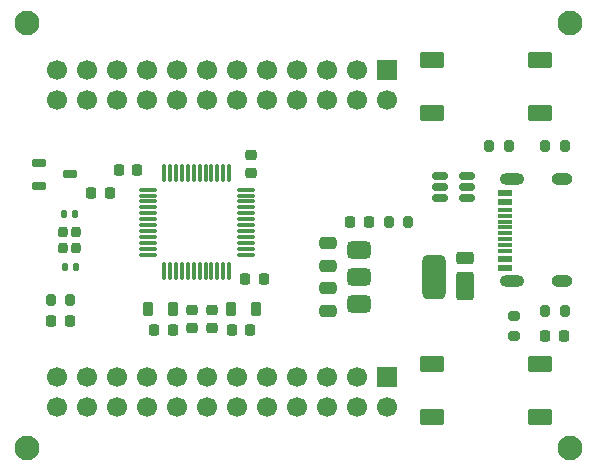
<source format=gbr>
%TF.GenerationSoftware,KiCad,Pcbnew,9.0.5*%
%TF.CreationDate,2025-11-16T12:38:37+03:30*%
%TF.ProjectId,WeAct-STM32G474,57654163-742d-4535-944d-333247343734,rev?*%
%TF.SameCoordinates,Original*%
%TF.FileFunction,Soldermask,Top*%
%TF.FilePolarity,Negative*%
%FSLAX46Y46*%
G04 Gerber Fmt 4.6, Leading zero omitted, Abs format (unit mm)*
G04 Created by KiCad (PCBNEW 9.0.5) date 2025-11-16 12:38:37*
%MOMM*%
%LPD*%
G01*
G04 APERTURE LIST*
G04 Aperture macros list*
%AMRoundRect*
0 Rectangle with rounded corners*
0 $1 Rounding radius*
0 $2 $3 $4 $5 $6 $7 $8 $9 X,Y pos of 4 corners*
0 Add a 4 corners polygon primitive as box body*
4,1,4,$2,$3,$4,$5,$6,$7,$8,$9,$2,$3,0*
0 Add four circle primitives for the rounded corners*
1,1,$1+$1,$2,$3*
1,1,$1+$1,$4,$5*
1,1,$1+$1,$6,$7*
1,1,$1+$1,$8,$9*
0 Add four rect primitives between the rounded corners*
20,1,$1+$1,$2,$3,$4,$5,0*
20,1,$1+$1,$4,$5,$6,$7,0*
20,1,$1+$1,$6,$7,$8,$9,0*
20,1,$1+$1,$8,$9,$2,$3,0*%
G04 Aperture macros list end*
%ADD10RoundRect,0.200000X0.200000X0.275000X-0.200000X0.275000X-0.200000X-0.275000X0.200000X-0.275000X0*%
%ADD11RoundRect,0.218750X0.218750X0.381250X-0.218750X0.381250X-0.218750X-0.381250X0.218750X-0.381250X0*%
%ADD12R,1.700000X1.700000*%
%ADD13C,1.700000*%
%ADD14RoundRect,0.200000X-0.200000X-0.275000X0.200000X-0.275000X0.200000X0.275000X-0.200000X0.275000X0*%
%ADD15R,1.240000X0.600000*%
%ADD16R,1.240000X0.300000*%
%ADD17O,2.100000X1.000000*%
%ADD18O,1.800000X1.000000*%
%ADD19RoundRect,0.250000X0.475000X-0.250000X0.475000X0.250000X-0.475000X0.250000X-0.475000X-0.250000X0*%
%ADD20RoundRect,0.140000X0.140000X0.170000X-0.140000X0.170000X-0.140000X-0.170000X0.140000X-0.170000X0*%
%ADD21RoundRect,0.250000X-0.500000X0.950000X-0.500000X-0.950000X0.500000X-0.950000X0.500000X0.950000X0*%
%ADD22RoundRect,0.250000X-0.500000X0.275000X-0.500000X-0.275000X0.500000X-0.275000X0.500000X0.275000X0*%
%ADD23C,2.100000*%
%ADD24RoundRect,0.250000X-0.800000X-0.450000X0.800000X-0.450000X0.800000X0.450000X-0.800000X0.450000X0*%
%ADD25RoundRect,0.225000X0.225000X0.250000X-0.225000X0.250000X-0.225000X-0.250000X0.225000X-0.250000X0*%
%ADD26RoundRect,0.375000X-0.625000X-0.375000X0.625000X-0.375000X0.625000X0.375000X-0.625000X0.375000X0*%
%ADD27RoundRect,0.500000X-0.500000X-1.400000X0.500000X-1.400000X0.500000X1.400000X-0.500000X1.400000X0*%
%ADD28RoundRect,0.225000X0.250000X-0.225000X0.250000X0.225000X-0.250000X0.225000X-0.250000X-0.225000X0*%
%ADD29RoundRect,0.162500X-0.447500X-0.162500X0.447500X-0.162500X0.447500X0.162500X-0.447500X0.162500X0*%
%ADD30RoundRect,0.225000X-0.225000X-0.250000X0.225000X-0.250000X0.225000X0.250000X-0.225000X0.250000X0*%
%ADD31RoundRect,0.218750X0.218750X0.256250X-0.218750X0.256250X-0.218750X-0.256250X0.218750X-0.256250X0*%
%ADD32RoundRect,0.225000X-0.250000X0.225000X-0.250000X-0.225000X0.250000X-0.225000X0.250000X0.225000X0*%
%ADD33RoundRect,0.075000X-0.662500X-0.075000X0.662500X-0.075000X0.662500X0.075000X-0.662500X0.075000X0*%
%ADD34RoundRect,0.075000X-0.075000X-0.662500X0.075000X-0.662500X0.075000X0.662500X-0.075000X0.662500X0*%
%ADD35RoundRect,0.250000X0.800000X0.450000X-0.800000X0.450000X-0.800000X-0.450000X0.800000X-0.450000X0*%
%ADD36RoundRect,0.200000X-0.275000X0.200000X-0.275000X-0.200000X0.275000X-0.200000X0.275000X0.200000X0*%
%ADD37RoundRect,0.218750X-0.218750X-0.381250X0.218750X-0.381250X0.218750X0.381250X-0.218750X0.381250X0*%
%ADD38RoundRect,0.150000X-0.512500X-0.150000X0.512500X-0.150000X0.512500X0.150000X-0.512500X0.150000X0*%
%ADD39RoundRect,0.200000X-0.200000X0.250000X-0.200000X-0.250000X0.200000X-0.250000X0.200000X0.250000X0*%
G04 APERTURE END LIST*
D10*
%TO.C,R5*%
X124675000Y-103400000D03*
X123025000Y-103400000D03*
%TD*%
D11*
%TO.C,FB1*%
X140462500Y-104200000D03*
X138337500Y-104200000D03*
%TD*%
D12*
%TO.C,J1*%
X151500000Y-84000000D03*
D13*
X151500000Y-86540000D03*
X148960000Y-84000000D03*
X148960000Y-86540000D03*
X146420000Y-84000000D03*
X146420000Y-86540000D03*
X143880000Y-84000000D03*
X143880000Y-86540000D03*
X141340000Y-84000000D03*
X141340000Y-86540000D03*
X138800000Y-84000000D03*
X138800000Y-86540000D03*
X136260000Y-84000000D03*
X136260000Y-86540000D03*
X133720000Y-84000000D03*
X133720000Y-86540000D03*
X131180000Y-84000000D03*
X131180000Y-86540000D03*
X128640000Y-84000000D03*
X128640000Y-86540000D03*
X126100000Y-84000000D03*
X126100000Y-86540000D03*
X123560000Y-84000000D03*
X123560000Y-86540000D03*
%TD*%
D10*
%TO.C,R1*%
X166575000Y-104400000D03*
X164925000Y-104400000D03*
%TD*%
D14*
%TO.C,R6*%
X160175000Y-90400000D03*
X161825000Y-90400000D03*
%TD*%
D15*
%TO.C,J3*%
X161525000Y-100750000D03*
X161525000Y-99950000D03*
D16*
X161525000Y-98800000D03*
X161525000Y-97800000D03*
X161525000Y-97300000D03*
X161525000Y-96300000D03*
D15*
X161525000Y-95150000D03*
X161525000Y-94350000D03*
X161525000Y-94350000D03*
X161525000Y-95150000D03*
D16*
X161525000Y-95800000D03*
X161525000Y-96800000D03*
X161525000Y-98300000D03*
X161525000Y-99300000D03*
D15*
X161525000Y-99950000D03*
X161525000Y-100750000D03*
D17*
X162125000Y-101870000D03*
D18*
X166325000Y-101870000D03*
D17*
X162125000Y-93230000D03*
D18*
X166325000Y-93230000D03*
%TD*%
D19*
%TO.C,C2*%
X146500000Y-100550000D03*
X146500000Y-98650000D03*
%TD*%
D20*
%TO.C,C12*%
X125180000Y-100671292D03*
X124220000Y-100671292D03*
%TD*%
D21*
%TO.C,D2*%
X158100000Y-102250000D03*
D22*
X158100000Y-99875000D03*
%TD*%
D23*
%TO.C,REF\u002A\u002A*%
X121000000Y-116000000D03*
%TD*%
D10*
%TO.C,R2*%
X166575000Y-90400000D03*
X164925000Y-90400000D03*
%TD*%
D24*
%TO.C,NRST*%
X155350000Y-108850000D03*
X164450000Y-108850000D03*
X155350000Y-113350000D03*
X164450000Y-113350000D03*
%TD*%
D25*
%TO.C,C13*%
X128025000Y-94350000D03*
X126475000Y-94350000D03*
%TD*%
D20*
%TO.C,C11*%
X125130000Y-96121292D03*
X124170000Y-96121292D03*
%TD*%
D19*
%TO.C,C1*%
X146500000Y-104350000D03*
X146500000Y-102450000D03*
%TD*%
D23*
%TO.C,REF\u002A\u002A*%
X167000000Y-116000000D03*
%TD*%
%TO.C,REF\u002A\u002A*%
X121000000Y-80000000D03*
%TD*%
D26*
%TO.C,U1*%
X149150000Y-99200000D03*
X149150000Y-101500000D03*
D27*
X155450000Y-101500000D03*
D26*
X149150000Y-103800000D03*
%TD*%
D23*
%TO.C,REF\u002A\u002A*%
X167000000Y-80000000D03*
%TD*%
D28*
%TO.C,C4*%
X140000000Y-92725000D03*
X140000000Y-91175000D03*
%TD*%
D29*
%TO.C,D1*%
X122090000Y-91850000D03*
X122090000Y-93750000D03*
X124710000Y-92800000D03*
%TD*%
D30*
%TO.C,C9*%
X131825000Y-106000000D03*
X133375000Y-106000000D03*
%TD*%
D31*
%TO.C,D4*%
X124637500Y-105200000D03*
X123062500Y-105200000D03*
%TD*%
D14*
%TO.C,R4*%
X151675000Y-96800000D03*
X153325000Y-96800000D03*
%TD*%
D25*
%TO.C,C3*%
X130375000Y-92400000D03*
X128825000Y-92400000D03*
%TD*%
%TO.C,C8*%
X139900000Y-106000000D03*
X138350000Y-106000000D03*
%TD*%
D32*
%TO.C,C7*%
X136700000Y-104300000D03*
X136700000Y-105850000D03*
%TD*%
D30*
%TO.C,C14*%
X164925000Y-106500000D03*
X166475000Y-106500000D03*
%TD*%
D33*
%TO.C,U2*%
X131237500Y-94100000D03*
X131237500Y-94600000D03*
X131237500Y-95100000D03*
X131237500Y-95600000D03*
X131237500Y-96100000D03*
X131237500Y-96600000D03*
X131237500Y-97100000D03*
X131237500Y-97600000D03*
X131237500Y-98100000D03*
X131237500Y-98600000D03*
X131237500Y-99100000D03*
X131237500Y-99600000D03*
D34*
X132650000Y-101012500D03*
X133150000Y-101012500D03*
X133650000Y-101012500D03*
X134150000Y-101012500D03*
X134650000Y-101012500D03*
X135150000Y-101012500D03*
X135650000Y-101012500D03*
X136150000Y-101012500D03*
X136650000Y-101012500D03*
X137150000Y-101012500D03*
X137650000Y-101012500D03*
X138150000Y-101012500D03*
D33*
X139562500Y-99600000D03*
X139562500Y-99100000D03*
X139562500Y-98600000D03*
X139562500Y-98100000D03*
X139562500Y-97600000D03*
X139562500Y-97100000D03*
X139562500Y-96600000D03*
X139562500Y-96100000D03*
X139562500Y-95600000D03*
X139562500Y-95100000D03*
X139562500Y-94600000D03*
X139562500Y-94100000D03*
D34*
X138150000Y-92687500D03*
X137650000Y-92687500D03*
X137150000Y-92687500D03*
X136650000Y-92687500D03*
X136150000Y-92687500D03*
X135650000Y-92687500D03*
X135150000Y-92687500D03*
X134650000Y-92687500D03*
X134150000Y-92687500D03*
X133650000Y-92687500D03*
X133150000Y-92687500D03*
X132650000Y-92687500D03*
%TD*%
D32*
%TO.C,C10*%
X135000000Y-104300000D03*
X135000000Y-105850000D03*
%TD*%
D35*
%TO.C,BOOT*%
X164450000Y-87650000D03*
X155350000Y-87650000D03*
X164450000Y-83150000D03*
X155350000Y-83150000D03*
%TD*%
D36*
%TO.C,R3*%
X162300000Y-104825000D03*
X162300000Y-106475000D03*
%TD*%
D37*
%TO.C,FB2*%
X131250000Y-104200000D03*
X133375000Y-104200000D03*
%TD*%
D30*
%TO.C,C5*%
X139525000Y-101650000D03*
X141075000Y-101650000D03*
%TD*%
D31*
%TO.C,D3*%
X149987500Y-96800000D03*
X148412500Y-96800000D03*
%TD*%
D12*
%TO.C,J2*%
X151500000Y-110000000D03*
D13*
X151500000Y-112540000D03*
X148960000Y-110000000D03*
X148960000Y-112540000D03*
X146420000Y-110000000D03*
X146420000Y-112540000D03*
X143880000Y-110000000D03*
X143880000Y-112540000D03*
X141340000Y-110000000D03*
X141340000Y-112540000D03*
X138800000Y-110000000D03*
X138800000Y-112540000D03*
X136260000Y-110000000D03*
X136260000Y-112540000D03*
X133720000Y-110000000D03*
X133720000Y-112540000D03*
X131180000Y-110000000D03*
X131180000Y-112540000D03*
X128640000Y-110000000D03*
X128640000Y-112540000D03*
X126100000Y-110000000D03*
X126100000Y-112540000D03*
X123560000Y-110000000D03*
X123560000Y-112540000D03*
%TD*%
D38*
%TO.C,U3*%
X156025000Y-92900000D03*
X156025000Y-93850000D03*
X156025000Y-94800000D03*
X158300000Y-94800000D03*
X158300000Y-93850000D03*
X158300000Y-92900000D03*
%TD*%
D39*
%TO.C,Y1*%
X124100000Y-97671292D03*
X124100000Y-99071292D03*
X125200000Y-99071292D03*
X125200000Y-97671292D03*
%TD*%
M02*

</source>
